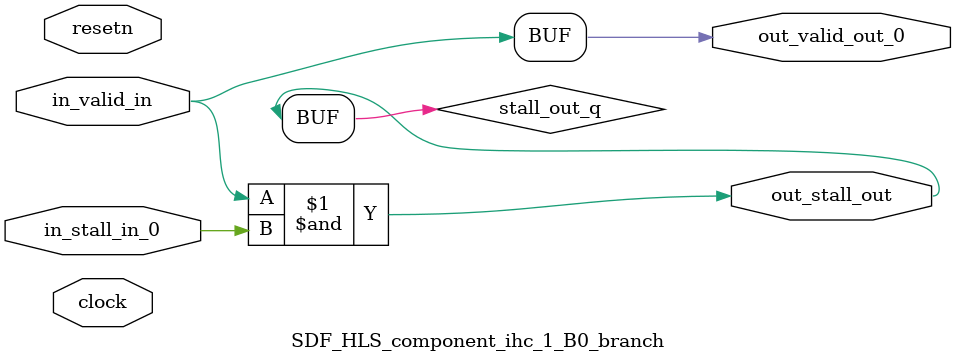
<source format=sv>



(* altera_attribute = "-name AUTO_SHIFT_REGISTER_RECOGNITION OFF; -name MESSAGE_DISABLE 10036; -name MESSAGE_DISABLE 10037; -name MESSAGE_DISABLE 14130; -name MESSAGE_DISABLE 14320; -name MESSAGE_DISABLE 15400; -name MESSAGE_DISABLE 14130; -name MESSAGE_DISABLE 10036; -name MESSAGE_DISABLE 12020; -name MESSAGE_DISABLE 12030; -name MESSAGE_DISABLE 12010; -name MESSAGE_DISABLE 12110; -name MESSAGE_DISABLE 14320; -name MESSAGE_DISABLE 13410; -name MESSAGE_DISABLE 113007; -name MESSAGE_DISABLE 10958" *)
module SDF_HLS_component_ihc_1_B0_branch (
    input wire [0:0] in_stall_in_0,
    input wire [0:0] in_valid_in,
    output wire [0:0] out_stall_out,
    output wire [0:0] out_valid_out_0,
    input wire clock,
    input wire resetn
    );

    wire [0:0] stall_out_q;


    // stall_out(LOGICAL,6)
    assign stall_out_q = in_valid_in & in_stall_in_0;

    // out_stall_out(GPOUT,4)
    assign out_stall_out = stall_out_q;

    // out_valid_out_0(GPOUT,5)
    assign out_valid_out_0 = in_valid_in;

endmodule

</source>
